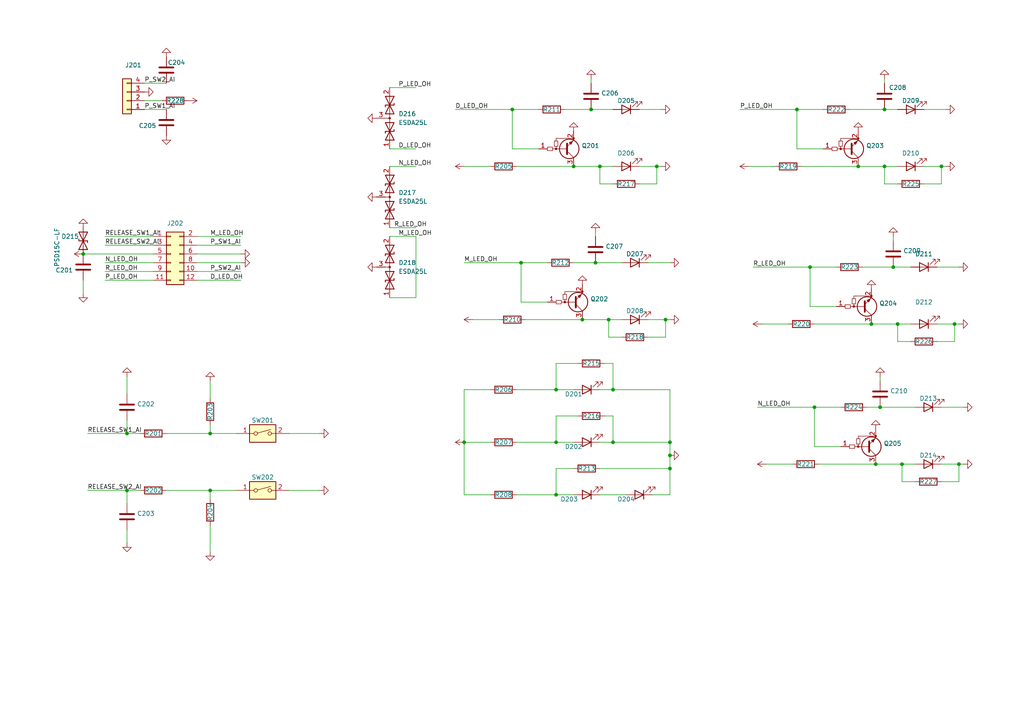
<source format=kicad_sch>
(kicad_sch (version 20211123) (generator eeschema)
  (paper "A4")
  (title_block (title "SX7H SHIFTER LED SCH") (date "2022-10-20") (rev "V04") (company "宁波正朗汽车零部件有限公司") (comment 1 "批准：") (comment 2 "校验：") (comment 3 "设计：Etan Tao"))
  (lib_symbols
    (symbol "C_7" (pin_numbers hide) (pin_names (offset 0.254))
      (property "Reference" "C" (at 0.635 2.54 0))
      (property "Value" "C_7" (at 0.635 -2.54 0))
      (symbol "C_7_0_1"
        (polyline (pts (xy -2.032 -0.762) (xy 2.032 -0.762)) (stroke (width 0.508)))
        (polyline (pts (xy -2.032 0.762) (xy 2.032 0.762)) (stroke (width 0.508)))
      )
      (symbol "C_7_1_1"
        (pin passive line (at 0 3.81 270) (length 2.794) (name "~") (number "1"))
        (pin passive line (at 0 -3.81 90) (length 2.794) (name "~") (number "2"))
      )
    )
    (symbol "Connector_Generic:Conn_01x04" (pin_names (offset 1.016) hide)
      (property "Reference" "J" (at 0 5.08 0))
      (property "Value" "Conn_01x04" (at 0 -7.62 0))
      (symbol "Conn_01x04_1_1"
        (rectangle (start -1.27 -4.953) (end 0 -5.207) (stroke (width 0.1524)))
        (rectangle (start -1.27 -2.413) (end 0 -2.667) (stroke (width 0.1524)))
        (rectangle (start -1.27 0.127) (end 0 -0.127) (stroke (width 0.1524)))
        (rectangle (start -1.27 2.667) (end 0 2.413) (stroke (width 0.1524)))
        (rectangle (start -1.27 3.81) (end 1.27 -6.35) (stroke (width 0.254)) (fill (type background)))
        (pin passive line (at -5.08 2.54 0) (length 3.81) (name "Pin_1") (number "1"))
        (pin passive line (at -5.08 0 0) (length 3.81) (name "Pin_2") (number "2"))
        (pin passive line (at -5.08 -2.54 0) (length 3.81) (name "Pin_3") (number "3"))
        (pin passive line (at -5.08 -5.08 0) (length 3.81) (name "Pin_4") (number "4"))
      )
    )
    (symbol "Connector_Generic:Conn_02x06_Odd_Even" (pin_names (offset 1.016) hide)
      (property "Reference" "J" (at 1.27 7.62 0))
      (property "Value" "Conn_02x06_Odd_Even" (at 1.27 -10.16 0))
      (symbol "Conn_02x06_Odd_Even_1_1"
        (rectangle (start -1.27 -7.493) (end 0 -7.747) (stroke (width 0.1524)))
        (rectangle (start -1.27 -4.953) (end 0 -5.207) (stroke (width 0.1524)))
        (rectangle (start -1.27 -2.413) (end 0 -2.667) (stroke (width 0.1524)))
        (rectangle (start -1.27 0.127) (end 0 -0.127) (stroke (width 0.1524)))
        (rectangle (start -1.27 2.667) (end 0 2.413) (stroke (width 0.1524)))
        (rectangle (start -1.27 5.207) (end 0 4.953) (stroke (width 0.1524)))
        (rectangle (start -1.27 6.35) (end 3.81 -8.89) (stroke (width 0.254)) (fill (type background)))
        (rectangle (start 3.81 -7.493) (end 2.54 -7.747) (stroke (width 0.1524)))
        (rectangle (start 3.81 -4.953) (end 2.54 -5.207) (stroke (width 0.1524)))
        (rectangle (start 3.81 -2.413) (end 2.54 -2.667) (stroke (width 0.1524)))
        (rectangle (start 3.81 0.127) (end 2.54 -0.127) (stroke (width 0.1524)))
        (rectangle (start 3.81 2.667) (end 2.54 2.413) (stroke (width 0.1524)))
        (rectangle (start 3.81 5.207) (end 2.54 4.953) (stroke (width 0.1524)))
        (pin passive line (at -5.08 5.08 0) (length 3.81) (name "Pin_1") (number "1"))
        (pin passive line (at 7.62 -5.08 180) (length 3.81) (name "Pin_10") (number "10"))
        (pin passive line (at -5.08 -7.62 0) (length 3.81) (name "Pin_11") (number "11"))
        (pin passive line (at 7.62 -7.62 180) (length 3.81) (name "Pin_12") (number "12"))
        (pin passive line (at 7.62 5.08 180) (length 3.81) (name "Pin_2") (number "2"))
        (pin passive line (at -5.08 2.54 0) (length 3.81) (name "Pin_3") (number "3"))
        (pin passive line (at 7.62 2.54 180) (length 3.81) (name "Pin_4") (number "4"))
        (pin passive line (at -5.08 0 0) (length 3.81) (name "Pin_5") (number "5"))
        (pin passive line (at 7.62 0 180) (length 3.81) (name "Pin_6") (number "6"))
        (pin passive line (at -5.08 -2.54 0) (length 3.81) (name "Pin_7") (number "7"))
        (pin passive line (at 7.62 -2.54 180) (length 3.81) (name "Pin_8") (number "8"))
        (pin passive line (at -5.08 -5.08 0) (length 3.81) (name "Pin_9") (number "9"))
      )
    )
    (symbol "Device:C" (pin_numbers hide) (pin_names (offset 0.254))
      (property "Reference" "C" (at 0.635 2.54 0))
      (property "Value" "C" (at 0.635 -2.54 0))
      (symbol "C_0_1"
        (polyline (pts (xy -2.032 -0.762) (xy 2.032 -0.762)) (stroke (width 0.508)))
        (polyline (pts (xy -2.032 0.762) (xy 2.032 0.762)) (stroke (width 0.508)))
      )
      (symbol "C_1_1"
        (pin passive line (at 0 3.81 270) (length 2.794) (name "~") (number "1"))
        (pin passive line (at 0 -3.81 90) (length 2.794) (name "~") (number "2"))
      )
    )
    (symbol "Device:D_TVS" (pin_numbers hide) (pin_names (offset 1.016) hide)
      (property "Reference" "D" (at 0 2.54 0))
      (property "Value" "D_TVS" (at 0 -2.54 0))
      (symbol "D_TVS_0_1"
        (polyline (pts (xy 1.27 0) (xy -1.27 0)))
        (polyline (pts (xy 0.508 1.27) (xy 0 1.27) (xy 0 -1.27) (xy -0.508 -1.27)) (stroke (width 0.254)))
        (polyline (pts (xy -2.54 1.27) (xy -2.54 -1.27) (xy 2.54 1.27) (xy 2.54 -1.27) (xy -2.54 1.27)) (stroke (width 0.254)))
      )
      (symbol "D_TVS_1_1"
        (pin passive line (at -3.81 0 0) (length 2.54) (name "A1") (number "1"))
        (pin passive line (at 3.81 0 180) (length 2.54) (name "A2") (number "2"))
      )
    )
    (symbol "Device:D_TVS_Dual_AAC" (pin_names (offset 1.016) hide)
      (property "Reference" "D" (at 0 4.445 0))
      (property "Value" "D_TVS_Dual_AAC" (at 0 2.54 0))
      (symbol "D_TVS_Dual_AAC_0_0"
        (polyline (pts (xy 0 -1.27) (xy 0 0)))
      )
      (symbol "D_TVS_Dual_AAC_0_1"
        (polyline (pts (xy -6.35 0) (xy 6.35 0)))
        (polyline (pts (xy -3.302 1.27) (xy -3.81 1.27) (xy -3.81 -1.27) (xy -4.318 -1.27)) (stroke (width 0.254)))
        (polyline (pts (xy 4.318 1.27) (xy 3.81 1.27) (xy 3.81 -1.27) (xy 3.302 -1.27)) (stroke (width 0.254)))
        (polyline (pts (xy -6.35 1.27) (xy -1.27 -1.27) (xy -1.27 1.27) (xy -6.35 -1.27) (xy -6.35 1.27)) (stroke (width 0.254)))
        (polyline (pts (xy 6.35 1.27) (xy 1.27 -1.27) (xy 1.27 1.27) (xy 6.35 -1.27) (xy 6.35 1.27)) (stroke (width 0.254)))
        (circle (center 0 0) (radius 0.254) (fill (type outline)))
      )
      (symbol "D_TVS_Dual_AAC_1_1"
        (pin passive line (at -8.89 0 0) (length 2.54) (name "A1") (number "1"))
        (pin passive line (at 8.89 0 180) (length 2.54) (name "A2") (number "2"))
        (pin input line (at 0 -3.81 90) (length 2.54) (name "common") (number "3"))
      )
    )
    (symbol "Device:LED" (pin_numbers hide) (pin_names (offset 1.016) hide)
      (property "Reference" "D" (at 0 2.54 0))
      (property "Value" "LED" (at 0 -2.54 0))
      (symbol "LED_0_1"
        (polyline (pts (xy -1.27 -1.27) (xy -1.27 1.27)) (stroke (width 0.254)))
        (polyline (pts (xy -1.27 0) (xy 1.27 0)))
        (polyline (pts (xy 1.27 -1.27) (xy 1.27 1.27) (xy -1.27 0) (xy 1.27 -1.27)) (stroke (width 0.254)))
        (polyline (pts (xy -3.048 -0.762) (xy -4.572 -2.286) (xy -3.81 -2.286) (xy -4.572 -2.286) (xy -4.572 -1.524)))
        (polyline (pts (xy -1.778 -0.762) (xy -3.302 -2.286) (xy -2.54 -2.286) (xy -3.302 -2.286) (xy -3.302 -1.524)))
      )
      (symbol "LED_1_1"
        (pin passive line (at -3.81 0 0) (length 2.54) (name "K") (number "1"))
        (pin passive line (at 3.81 0 180) (length 2.54) (name "A") (number "2"))
      )
    )
    (symbol "Device:Q_NPN_BEC_BRT" (pin_names hide)
      (property "Reference" "Q" (at 3.81 1.27 0))
      (property "Value" "Q_NPN_BEC_BRT" (at 3.81 -1.27 0))
      (symbol "Q_NPN_BEC_BRT_0_1"
        (rectangle (start -6.35 0.508) (end -4.826 -0.508))
        (rectangle (start -4.318 -2.286) (end -3.302 -0.762))
        (circle (center -3.81 0) (radius 0.254) (fill (type outline)))
        (polyline (pts (xy -3.81 -0.762) (xy -3.81 0)))
        (polyline (pts (xy -0.762 0) (xy -4.826 0)))
        (polyline (pts (xy -0.635 1.524) (xy -0.635 -1.524)) (stroke (width 0.508)))
        (polyline (pts (xy -3.81 -2.286) (xy -3.81 -3.048) (xy 1.27 -3.048)))
        (circle (center 1.27 -3.048) (radius 0.254) (fill (type outline)))
      )
      (symbol "Q_NPN_BEC_BRT_1_1"
        (polyline (pts (xy -0.635 0.635) (xy 1.27 2.54)))
        (polyline (pts (xy -0.635 -0.635) (xy 1.27 -2.54) (xy 1.27 -2.54)))
        (polyline (pts (xy 0 -1.778) (xy 0.508 -1.27) (xy 1.016 -2.286) (xy 0 -1.778) (xy 0 -1.778)) (fill (type outline)))
        (circle (center 0 0) (radius 2.8194) (stroke (width 0.254)))
        (pin input line (at -8.89 0 0) (length 2.54) (name "B") (number "1"))
        (pin passive line (at 1.27 -5.08 90) (length 2.54) (name "E") (number "2"))
        (pin passive line (at 1.27 5.08 270) (length 2.54) (name "C") (number "3"))
      )
    )
    (symbol "Device:R" (pin_numbers hide) (pin_names (offset 0))
      (property "Reference" "R" (at 2.032 0 90))
      (property "Value" "R" (at 0 0 90))
      (symbol "R_0_1"
        (rectangle (start -1.016 -2.54) (end 1.016 2.54) (stroke (width 0.254)))
      )
      (symbol "R_1_1"
        (pin passive line (at 0 3.81 270) (length 1.27) (name "~") (number "1"))
        (pin passive line (at 0 -3.81 90) (length 1.27) (name "~") (number "2"))
      )
    )
    (symbol "Switch:SW_DIP_x01" (pin_names (offset 0) hide)
      (property "Reference" "SW" (at 0 3.81 0))
      (property "Value" "SW_DIP_x01" (at 0 -3.81 0))
      (symbol "SW_DIP_x01_0_0"
        (circle (center -2.032 0) (radius 0.508))
        (polyline (pts (xy -1.524 0.127) (xy 2.3622 1.1684)))
        (circle (center 2.032 0) (radius 0.508))
      )
      (symbol "SW_DIP_x01_0_1"
        (rectangle (start -3.81 2.54) (end 3.81 -2.54) (stroke (width 0.254)) (fill (type background)))
      )
      (symbol "SW_DIP_x01_1_1"
        (pin passive line (at -7.62 0 0) (length 5.08) (name "~") (number "1"))
        (pin passive line (at 7.62 0 180) (length 5.08) (name "~") (number "2"))
      )
    )
    (symbol "power:GND" (power) (pin_names (offset 0))
      (property "Value" "GND" (at 0 -3.81 0))
      (symbol "GND_0_1"
        (polyline (pts (xy 0 0) (xy 0 -1.27) (xy 1.27 -1.27) (xy 0 -2.54) (xy -1.27 -1.27) (xy 0 -1.27)))
      )
      (symbol "GND_1_1"
        (pin power_in line (at 0 0 270) (length 0) hide (name "GND") (number "1"))
      )
    )
    (symbol "power:VCC" (power) (pin_names (offset 0))
      (property "Value" "VCC" (at 0 3.81 0))
      (symbol "VCC_0_1"
        (polyline (pts (xy -0.762 1.27) (xy 0 2.54)))
        (polyline (pts (xy 0 0) (xy 0 2.54)))
        (polyline (pts (xy 0 2.54) (xy 0.762 1.27)))
      )
      (symbol "VCC_1_1"
        (pin power_in line (at 0 0 90) (length 0) hide (name "VCC") (number "1"))
      )
    )
  )
  (junction (at 273.05 48.26))
  (junction (at 60.96 142.24))
  (junction (at 36.83 125.73))
  (junction (at 190.5 48.26))
  (junction (at 176.53 92.71))
  (junction (at 259.08 77.47))
  (junction (at 194.31 135.89))
  (junction (at 261.62 134.62))
  (junction (at 134.62 128.27))
  (junction (at 252.73 93.98))
  (junction (at 231.14 31.75))
  (junction (at 177.8 113.03))
  (junction (at 173.99 48.26))
  (junction (at 148.59 31.75))
  (junction (at 24.13 73.66))
  (junction (at 248.92 48.26))
  (junction (at 161.29 143.51))
  (junction (at 172.72 76.2))
  (junction (at 161.29 128.27))
  (junction (at 168.91 92.71))
  (junction (at 254 134.62))
  (junction (at 256.54 48.26))
  (junction (at 193.04 92.71))
  (junction (at 236.22 118.11))
  (junction (at 166.37 48.26))
  (junction (at 278.13 134.62))
  (junction (at 151.13 76.2))
  (junction (at 171.45 31.75))
  (junction (at 234.95 77.47))
  (junction (at 177.8 128.27))
  (junction (at 194.31 132.08))
  (junction (at 255.27 118.11))
  (junction (at 194.31 128.27))
  (junction (at 60.96 125.73))
  (junction (at 161.29 113.03))
  (junction (at 256.54 31.75))
  (junction (at 276.86 93.98))
  (junction (at 260.35 93.98))
  (junction (at 36.83 142.24))
  (wire (pts (xy 267.97 53.34) (xy 273.05 53.34)))
  (wire (pts (xy 57.15 76.2) (xy 69.85 76.2)))
  (wire (pts (xy 236.22 118.11) (xy 243.84 118.11)))
  (wire (pts (xy 185.42 31.75) (xy 191.77 31.75)))
  (wire (pts (xy 120.65 68.58) (xy 120.65 86.36)))
  (wire (pts (xy 267.97 48.26) (xy 273.05 48.26)))
  (wire (pts (xy 30.48 81.28) (xy 44.45 81.28)))
  (wire (pts (xy 193.04 92.71) (xy 194.31 92.71)))
  (wire (pts (xy 273.05 134.62) (xy 278.13 134.62)))
  (wire (pts (xy 236.22 93.98) (xy 252.73 93.98)))
  (wire (pts (xy 252.73 93.98) (xy 260.35 93.98)))
  (wire (pts (xy 273.05 118.11) (xy 279.4 118.11)))
  (wire (pts (xy 276.86 93.98) (xy 278.13 93.98)))
  (wire (pts (xy 261.62 134.62) (xy 265.43 134.62)))
  (wire (pts (xy 175.26 120.65) (xy 177.8 120.65)))
  (wire (pts (xy 177.8 120.65) (xy 177.8 128.27)))
  (wire (pts (xy 173.99 135.89) (xy 194.31 135.89)))
  (wire (pts (xy 152.4 92.71) (xy 168.91 92.71)))
  (wire (pts (xy 168.91 92.71) (xy 176.53 92.71)))
  (wire (pts (xy 173.99 143.51) (xy 181.61 143.51)))
  (wire (pts (xy 261.62 139.7) (xy 261.62 134.62)))
  (wire (pts (xy 217.17 48.26) (xy 224.79 48.26)))
  (wire (pts (xy 113.03 86.36) (xy 120.65 86.36)))
  (wire (pts (xy 134.62 76.2) (xy 151.13 76.2)))
  (wire (pts (xy 243.84 129.54) (xy 236.22 129.54)))
  (wire (pts (xy 256.54 48.26) (xy 260.35 48.26)))
  (wire (pts (xy 25.4 142.24) (xy 36.83 142.24)))
  (wire (pts (xy 36.83 142.24) (xy 40.64 142.24)))
  (wire (pts (xy 161.29 120.65) (xy 161.29 128.27)))
  (wire (pts (xy 167.64 120.65) (xy 161.29 120.65)))
  (wire (pts (xy 260.35 53.34) (xy 256.54 53.34)))
  (wire (pts (xy 57.15 68.58) (xy 69.85 68.58)))
  (wire (pts (xy 273.05 139.7) (xy 278.13 139.7)))
  (wire (pts (xy 149.86 113.03) (xy 161.29 113.03)))
  (wire (pts (xy 161.29 113.03) (xy 166.37 113.03)))
  (wire (pts (xy 60.96 123.19) (xy 60.96 125.73)))
  (wire (pts (xy 185.42 53.34) (xy 190.5 53.34)))
  (wire (pts (xy 190.5 53.34) (xy 190.5 48.26)))
  (wire (pts (xy 57.15 71.12) (xy 69.85 71.12)))
  (wire (pts (xy 256.54 31.75) (xy 260.35 31.75)))
  (wire (pts (xy 173.99 53.34) (xy 173.99 48.26)))
  (wire (pts (xy 177.8 53.34) (xy 173.99 53.34)))
  (wire (pts (xy 180.34 97.79) (xy 176.53 97.79)))
  (wire (pts (xy 259.08 68.58) (xy 259.08 69.85)))
  (wire (pts (xy 41.91 29.21) (xy 46.99 29.21)))
  (wire (pts (xy 151.13 76.2) (xy 151.13 87.63)))
  (wire (pts (xy 148.59 31.75) (xy 148.59 43.18)))
  (wire (pts (xy 156.21 43.18) (xy 148.59 43.18)))
  (wire (pts (xy 187.96 76.2) (xy 194.31 76.2)))
  (wire (pts (xy 113.03 68.58) (xy 120.65 68.58)))
  (wire (pts (xy 276.86 99.06) (xy 276.86 93.98)))
  (wire (pts (xy 273.05 53.34) (xy 273.05 48.26)))
  (wire (pts (xy 187.96 97.79) (xy 193.04 97.79)))
  (wire (pts (xy 134.62 48.26) (xy 142.24 48.26)))
  (wire (pts (xy 161.29 135.89) (xy 161.29 143.51)))
  (wire (pts (xy 166.37 135.89) (xy 161.29 135.89)))
  (wire (pts (xy 60.96 144.78) (xy 60.96 142.24)))
  (wire (pts (xy 189.23 143.51) (xy 194.31 143.51)))
  (wire (pts (xy 259.08 77.47) (xy 264.16 77.47)))
  (wire (pts (xy 113.03 43.18) (xy 120.65 43.18)))
  (wire (pts (xy 30.48 78.74) (xy 44.45 78.74)))
  (wire (pts (xy 242.57 88.9) (xy 234.95 88.9)))
  (wire (pts (xy 24.13 85.09) (xy 24.13 81.28)))
  (wire (pts (xy 176.53 97.79) (xy 176.53 92.71)))
  (wire (pts (xy 273.05 48.26) (xy 274.32 48.26)))
  (wire (pts (xy 113.03 25.4) (xy 120.65 25.4)))
  (wire (pts (xy 166.37 76.2) (xy 172.72 76.2)))
  (wire (pts (xy 158.75 87.63) (xy 151.13 87.63)))
  (wire (pts (xy 219.71 118.11) (xy 236.22 118.11)))
  (wire (pts (xy 187.96 92.71) (xy 193.04 92.71)))
  (wire (pts (xy 60.96 110.49) (xy 60.96 115.57)))
  (wire (pts (xy 238.76 43.18) (xy 231.14 43.18)))
  (wire (pts (xy 264.16 99.06) (xy 260.35 99.06)))
  (wire (pts (xy 278.13 134.62) (xy 279.4 134.62)))
  (wire (pts (xy 163.83 31.75) (xy 171.45 31.75)))
  (wire (pts (xy 41.91 24.13) (xy 48.26 24.13)))
  (wire (pts (xy 271.78 99.06) (xy 276.86 99.06)))
  (wire (pts (xy 24.13 73.66) (xy 44.45 73.66)))
  (wire (pts (xy 149.86 143.51) (xy 161.29 143.51)))
  (wire (pts (xy 173.99 113.03) (xy 177.8 113.03)))
  (wire (pts (xy 177.8 113.03) (xy 194.31 113.03)))
  (wire (pts (xy 36.83 121.92) (xy 36.83 125.73)))
  (wire (pts (xy 234.95 88.9) (xy 234.95 77.47)))
  (wire (pts (xy 214.63 31.75) (xy 231.14 31.75)))
  (wire (pts (xy 234.95 77.47) (xy 242.57 77.47)))
  (wire (pts (xy 132.08 31.75) (xy 148.59 31.75)))
  (wire (pts (xy 83.82 142.24) (xy 92.71 142.24)))
  (wire (pts (xy 30.48 68.58) (xy 44.45 68.58)))
  (wire (pts (xy 171.45 31.75) (xy 177.8 31.75)))
  (wire (pts (xy 30.48 71.12) (xy 44.45 71.12)))
  (wire (pts (xy 171.45 22.86) (xy 171.45 24.13)))
  (wire (pts (xy 148.59 31.75) (xy 156.21 31.75)))
  (wire (pts (xy 166.37 143.51) (xy 161.29 143.51)))
  (wire (pts (xy 113.03 66.04) (xy 120.65 66.04)))
  (wire (pts (xy 194.31 135.89) (xy 194.31 132.08)))
  (wire (pts (xy 161.29 105.41) (xy 161.29 113.03)))
  (wire (pts (xy 167.64 105.41) (xy 161.29 105.41)))
  (wire (pts (xy 113.03 48.26) (xy 120.65 48.26)))
  (wire (pts (xy 57.15 73.66) (xy 69.85 73.66)))
  (wire (pts (xy 41.91 31.75) (xy 48.26 31.75)))
  (wire (pts (xy 255.27 109.22) (xy 255.27 110.49)))
  (wire (pts (xy 149.86 48.26) (xy 166.37 48.26)))
  (wire (pts (xy 166.37 48.26) (xy 173.99 48.26)))
  (wire (pts (xy 173.99 48.26) (xy 177.8 48.26)))
  (wire (pts (xy 134.62 128.27) (xy 142.24 128.27)))
  (wire (pts (xy 220.98 93.98) (xy 228.6 93.98)))
  (wire (pts (xy 237.49 134.62) (xy 254 134.62)))
  (wire (pts (xy 254 134.62) (xy 261.62 134.62)))
  (wire (pts (xy 232.41 48.26) (xy 248.92 48.26)))
  (wire (pts (xy 248.92 48.26) (xy 256.54 48.26)))
  (wire (pts (xy 36.83 109.22) (xy 36.83 114.3)))
  (wire (pts (xy 175.26 105.41) (xy 177.8 105.41)))
  (wire (pts (xy 194.31 113.03) (xy 194.31 128.27)))
  (wire (pts (xy 194.31 128.27) (xy 194.31 132.08)))
  (wire (pts (xy 30.48 76.2) (xy 44.45 76.2)))
  (wire (pts (xy 60.96 152.4) (xy 60.96 160.02)))
  (wire (pts (xy 246.38 31.75) (xy 256.54 31.75)))
  (wire (pts (xy 260.35 93.98) (xy 264.16 93.98)))
  (wire (pts (xy 260.35 99.06) (xy 260.35 93.98)))
  (wire (pts (xy 265.43 139.7) (xy 261.62 139.7)))
  (wire (pts (xy 185.42 48.26) (xy 190.5 48.26)))
  (wire (pts (xy 190.5 48.26) (xy 191.77 48.26)))
  (wire (pts (xy 193.04 97.79) (xy 193.04 92.71)))
  (wire (pts (xy 25.4 125.73) (xy 36.83 125.73)))
  (wire (pts (xy 36.83 125.73) (xy 40.64 125.73)))
  (wire (pts (xy 251.46 118.11) (xy 255.27 118.11)))
  (wire (pts (xy 255.27 118.11) (xy 265.43 118.11)))
  (wire (pts (xy 278.13 139.7) (xy 278.13 134.62)))
  (wire (pts (xy 134.62 143.51) (xy 142.24 143.51)))
  (wire (pts (xy 222.25 134.62) (xy 229.87 134.62)))
  (wire (pts (xy 149.86 128.27) (xy 161.29 128.27)))
  (wire (pts (xy 267.97 31.75) (xy 274.32 31.75)))
  (wire (pts (xy 176.53 92.71) (xy 180.34 92.71)))
  (wire (pts (xy 236.22 129.54) (xy 236.22 118.11)))
  (wire (pts (xy 250.19 77.47) (xy 259.08 77.47)))
  (wire (pts (xy 218.44 77.47) (xy 234.95 77.47)))
  (wire (pts (xy 172.72 76.2) (xy 180.34 76.2)))
  (wire (pts (xy 57.15 81.28) (xy 69.85 81.28)))
  (wire (pts (xy 137.16 92.71) (xy 144.78 92.71)))
  (wire (pts (xy 271.78 77.47) (xy 278.13 77.47)))
  (wire (pts (xy 166.37 128.27) (xy 161.29 128.27)))
  (wire (pts (xy 172.72 67.31) (xy 172.72 68.58)))
  (wire (pts (xy 48.26 125.73) (xy 60.96 125.73)))
  (wire (pts (xy 60.96 125.73) (xy 68.58 125.73)))
  (wire (pts (xy 173.99 128.27) (xy 177.8 128.27)))
  (wire (pts (xy 177.8 128.27) (xy 194.31 128.27)))
  (wire (pts (xy 134.62 113.03) (xy 142.24 113.03)))
  (wire (pts (xy 134.62 128.27) (xy 134.62 113.03)))
  (wire (pts (xy 134.62 143.51) (xy 134.62 128.27)))
  (wire (pts (xy 36.83 153.67) (xy 36.83 157.48)))
  (wire (pts (xy 48.26 142.24) (xy 60.96 142.24)))
  (wire (pts (xy 60.96 142.24) (xy 68.58 142.24)))
  (wire (pts (xy 231.14 31.75) (xy 238.76 31.75)))
  (wire (pts (xy 177.8 105.41) (xy 177.8 113.03)))
  (wire (pts (xy 231.14 43.18) (xy 231.14 31.75)))
  (wire (pts (xy 151.13 76.2) (xy 158.75 76.2)))
  (wire (pts (xy 256.54 53.34) (xy 256.54 48.26)))
  (wire (pts (xy 57.15 78.74) (xy 69.85 78.74)))
  (wire (pts (xy 36.83 142.24) (xy 36.83 146.05)))
  (wire (pts (xy 194.31 135.89) (xy 194.31 143.51)))
  (wire (pts (xy 256.54 22.86) (xy 256.54 24.13)))
  (wire (pts (xy 271.78 93.98) (xy 276.86 93.98)))
  (wire (pts (xy 83.82 125.73) (xy 92.71 125.73)))
  (label "P_SW1_AI" (at 41.91 31.75 0))
  (label "R_LED_OH" (at 218.44 77.47 0))
  (label "D_LED_OH" (at 60.96 81.28 0))
  (label "R_LED_OH" (at 30.48 78.74 0))
  (label "R_LED_OH" (at 114.3 66.04 0))
  (label "D_LED_OH" (at 115.57 43.18 0))
  (label "N_LED_OH" (at 219.71 118.11 0))
  (label "RELEASE_SW2_AI" (at 25.4 142.24 0))
  (label "RELEASE_SW1_AI" (at 30.48 68.58 0))
  (label "P_SW1_AI" (at 60.96 71.12 0))
  (label "N_LED_OH" (at 115.57 48.26 0))
  (label "P_SW2_AI" (at 60.96 78.74 0))
  (label "P_LED_OH" (at 214.63 31.75 0))
  (label "P_LED_OH" (at 30.48 81.28 0))
  (label "D_LED_OH" (at 132.08 31.75 0))
  (label "M_LED_OH" (at 60.96 68.58 0))
  (label "N_LED_OH" (at 30.48 76.2 0))
  (label "RELEASE_SW1_AI" (at 25.4 125.73 0))
  (label "P_LED_OH" (at 115.57 25.4 0))
  (label "P_SW2_AI" (at 41.91 24.13 0))
  (label "M_LED_OH" (at 115.57 68.58 0))
  (label "M_LED_OH" (at 134.62 76.2 0))
  (label "RELEASE_SW2_AI" (at 30.48 71.12 0))
  (symbol (lib_id "power:GND") (at 92.71 125.73 90) (unit 1)
    (property "Reference" "#PWR0210" (effects hide))
    (property "Value" "GND" (effects hide))
  )
  (symbol (lib_id "power:GND") (at 191.77 48.26 90) (unit 1)
    (property "Reference" "#PWR0221" (effects hide))
    (property "Value" "GND" (effects hide))
  )
  (symbol (lib_id "Device:R") (at 181.61 53.34 90) (unit 1)
    (property "Reference" "R217" (at 181.61 53.34 90))
    (property "Value" "100k" (effects hide))
    (property "Footprint" "Resistor_SMD:R_0603_1608Metric" (effects hide))
    (property "Manufacturer" "RESI(开步睿思）" (effects hide))
    (property "Manufacturer Product Number" "AECR0603F100KK9" (effects hide))
    (property "Descriptions" "RES 100k 1% 1/10W 0603" (effects hide))
  )
  (symbol (lib_id "power:GND") (at 254 124.46 180) (unit 1)
    (property "Reference" "#PWR0233" (effects hide))
    (property "Value" "GND" (effects hide))
  )
  (symbol (lib_id "power:GND") (at 252.73 83.82 180) (unit 1)
    (property "Reference" "#PWR0232" (effects hide))
    (property "Value" "GND" (effects hide))
  )
  (symbol (lib_id "power:GND") (at 109.22 34.29 270) (unit 1)
    (property "Reference" "#PWR0242" (effects hide))
    (property "Value" "GND" (effects hide))
  )
  (symbol (lib_id "Device:R") (at 184.15 97.79 90) (unit 1)
    (property "Reference" "R218" (at 184.15 97.79 90))
    (property "Value" "100k" (effects hide))
    (property "Footprint" "Resistor_SMD:R_0603_1608Metric" (effects hide))
    (property "Manufacturer" "RESI(开步睿思）" (effects hide))
    (property "Manufacturer Product Number" "AECR0603F100KK9" (effects hide))
    (property "Descriptions" "RES 100k 1% 1/10W 0603" (effects hide))
  )
  (symbol (lib_id "Device:R") (at 44.45 142.24 270) (unit 1)
    (property "Reference" "R202" (at 44.45 142.24 90))
    (property "Value" "470R" (effects hide))
    (property "Footprint" "Resistor_SMD:R_0805_2012Metric" (effects hide))
    (property "Manufacturer" "RESI(开步睿思）" (effects hide))
    (property "Manufacturer Product Number" "AECR0805F470RK9" (effects hide))
    (property "Descriptions" "RES 470R 1% 1/8W 0805" (effects hide))
  )
  (symbol (lib_id "Device:LED") (at 264.16 48.26 180) (unit 1)
    (property "Reference" "D210" (at 264.16 44.45 0))
    (property "Value" "LED_RED" (effects hide))
    (property "Footprint" "LED_SMD:LED_miniPLCC_2315_Handsoldering" (effects hide))
    (property "Manufacturer Product Number" "H2214AV32A3C01" (effects hide))
    (property "Manufacturer" "HongBright" (effects hide))
    (property "Descriptions" "LED Red SMD 2315" (effects hide))
    (property "Description" "LED Red SMD 2315" (effects hide))
  )
  (symbol (lib_id "power:VCC") (at 222.25 134.62 90) (unit 1)
    (property "Reference" "#PWR0227" (effects hide))
    (property "Value" "VCC" (effects hide))
  )
  (symbol (lib_id "Device:R") (at 146.05 128.27 90) (unit 1)
    (property "Reference" "R207" (at 146.05 128.27 90))
    (property "Value" "12k" (effects hide))
    (property "Footprint" "Resistor_SMD:R_0805_2012Metric" (effects hide))
    (property "Manufacturer" "RESI(开步睿思）" (effects hide))
    (property "Manufacturer Product Number" "AECR0805F12K0K9" (effects hide))
    (property "Descriptions" "RES 12k 1% 1/8W 0805" (effects hide))
  )
  (symbol (lib_id "power:VCC") (at 54.61 29.21 270) (unit 1)
    (property "Reference" "#PWR0101" (effects hide))
    (property "Value" "VCC" (effects hide))
  )
  (symbol (lib_id "power:GND") (at 60.96 160.02 0) (unit 1)
    (property "Reference" "#PWR0207" (effects hide))
    (property "Value" "GND" (effects hide))
  )
  (symbol (lib_id "power:VCC") (at 137.16 92.71 90) (unit 1)
    (property "Reference" "#PWR0215" (effects hide))
    (property "Value" "VCC" (effects hide))
  )
  (symbol (lib_id "Device:R") (at 146.05 143.51 90) (unit 1)
    (property "Reference" "R208" (at 146.05 143.51 90))
    (property "Value" "13k" (effects hide))
    (property "Footprint" "Resistor_SMD:R_0805_2012Metric" (effects hide))
    (property "Manufacturer" "RESI(开步睿思）" (effects hide))
    (property "Manufacturer Product Number" "AECR0805F13K0K9" (effects hide))
    (property "Descriptions" "RES 13k 1% 1/8W 0805" (effects hide))
  )
  (symbol (lib_id "Device:LED") (at 170.18 128.27 180) (unit 1)
    (property "Reference" "D202" (at 166.37 129.54 0))
    (property "Value" "LED_RED" (effects hide))
    (property "Footprint" "LED_SMD:LED_miniPLCC_2315_Handsoldering" (effects hide))
    (property "Manufacturer Product Number" "H2214AV32A3C01" (effects hide))
    (property "Manufacturer" "HongBright" (effects hide))
    (property "Descriptions" "LED Red SMD 2315" (effects hide))
    (property "Description" "LED Red SMD 2315" (effects hide))
  )
  (symbol (lib_id "power:GND") (at 109.22 77.47 270) (unit 1)
    (property "Reference" "#PWR0244" (effects hide))
    (property "Value" "GND" (effects hide))
  )
  (symbol (lib_id "power:GND") (at 48.26 39.37 0) (unit 1)
    (property "Reference" "#PWR0208" (effects hide))
    (property "Value" "GND" (effects hide))
  )
  (symbol (lib_id "power:GND") (at 255.27 109.22 180) (unit 1)
    (property "Reference" "#PWR0230" (effects hide))
    (property "Value" "GND" (effects hide))
  )
  (symbol (lib_id "power:GND") (at 259.08 68.58 180) (unit 1)
    (property "Reference" "#PWR0229" (effects hide))
    (property "Value" "GND" (effects hide))
  )
  (symbol (lib_id "Device:C") (at 256.54 27.94 180) (unit 1)
    (property "Reference" "C208" (at 257.81 25.4 0) (effects (justify right)))
    (property "Value" "10nF/100V" (effects hide))
    (property "Footprint" "Capacitor_SMD:C_0603_1608Metric" (effects hide))
    (property "Manufacturer Product Number" "AC0603KRX7R0BB103" (effects hide))
    (property "Manufacturer" "YAGEO" (effects hide))
    (property "Descriptions" "CAP CER 10nF 100V X7R 0603" (effects hide))
    (property "Description" "CAP CER 10nF 100V X7R 0603" (effects hide))
  )
  (symbol (lib_id "Switch:SW_DIP_x01") (at 76.2 125.73 0) (unit 1)
    (property "Reference" "SW201" (at 76.2 121.92 0))
    (property "Value" "RELEASE1" (effects hide))
    (property "Footprint" "GODPP:SideSW" (effects hide))
  )
  (symbol (lib_id "Device:R") (at 171.45 105.41 90) (unit 1)
    (property "Reference" "R215" (at 171.45 105.41 90))
    (property "Value" "100k" (effects hide))
    (property "Footprint" "Resistor_SMD:R_0603_1608Metric" (effects hide))
    (property "Manufacturer" "RESI(开步睿思）" (effects hide))
    (property "Manufacturer Product Number" "AECR0603F100KK9" (effects hide))
    (property "Descriptions" "RES 100k 1% 1/10W 0603" (effects hide))
  )
  (symbol (lib_id "power:VCC") (at 217.17 48.26 90) (unit 1)
    (property "Reference" "#PWR0225" (effects hide))
    (property "Value" "VCC" (effects hide))
  )
  (symbol (lib_id "power:GND") (at 256.54 22.86 180) (unit 1)
    (property "Reference" "#PWR0228" (effects hide))
    (property "Value" "GND" (effects hide))
  )
  (symbol (lib_id "power:VCC") (at 24.13 73.66 90) (unit 1)
    (property "Reference" "#PWR0201" (effects hide))
    (property "Value" "VCC" (effects hide))
  )
  (symbol (lib_id "Device:Q_NPN_BEC_BRT") (at 247.65 43.18 0) (mirror x) (unit 1)
    (property "Reference" "Q203" (at 251.2313 42.2715 0) (effects (justify left)))
    (property "Value" "DDTC114EUA" (effects hide))
    (property "Footprint" "Package_TO_SOT_SMD:SOT-323_SC-70" (effects hide))
    (property "Manufacturer" "Diodes Incorporated" (effects hide))
    (property "Manufacturer Product Number" "DDTC114EUA-7-F" (effects hide))
    (property "Descriptions" "TRANS PREBIAS NPN 200MW SOT323" (effects hide))
  )
  (symbol (lib_id "power:VCC") (at 220.98 93.98 90) (unit 1)
    (property "Reference" "#PWR0226" (effects hide))
    (property "Value" "VCC" (effects hide))
  )
  (symbol (lib_id "power:GND") (at 191.77 31.75 90) (unit 1)
    (property "Reference" "#PWR0220" (effects hide))
    (property "Value" "GND" (effects hide))
  )
  (symbol (lib_id "power:GND") (at 24.13 66.04 180) (unit 1)
    (property "Reference" "#PWR0212" (effects hide))
    (property "Value" "GND" (effects hide))
  )
  (symbol (lib_id "Device:LED") (at 181.61 48.26 180) (unit 1)
    (property "Reference" "D206" (at 181.61 44.45 0))
    (property "Value" "LED_RED" (effects hide))
    (property "Footprint" "LED_SMD:LED_miniPLCC_2315_Handsoldering" (effects hide))
    (property "Manufacturer Product Number" "H2214AV32A3C01" (effects hide))
    (property "Manufacturer" "HongBright" (effects hide))
    (property "Descriptions" "LED Red SMD 2315" (effects hide))
    (property "Description" "LED Red SMD 2315" (effects hide))
  )
  (symbol (lib_id "power:GND") (at 194.31 76.2 90) (unit 1)
    (property "Reference" "#PWR0222" (effects hide))
    (property "Value" "GND" (effects hide))
  )
  (symbol (lib_id "Device:LED") (at 264.16 31.75 180) (unit 1)
    (property "Reference" "D209" (at 264.16 29.21 0))
    (property "Value" "LED_YELLOW" (effects hide))
    (property "Footprint" "LED_SMD:LED_miniPLCC_2315_Handsoldering" (effects hide))
    (property "Manufacturer Product Number" "H2214AY24E3C01" (effects hide))
    (property "Manufacturer" "HongBright" (effects hide))
    (property "Descriptions" "LED Yellow SMD 2315" (effects hide))
    (property "Description" "LED Yellow SMD 2315" (effects hide))
  )
  (symbol (lib_id "power:GND") (at 24.13 85.09 0) (unit 1)
    (property "Reference" "#PWR0203" (effects hide))
    (property "Value" "GND" (effects hide))
  )
  (symbol (lib_id "Device:LED") (at 170.18 143.51 180) (unit 1)
    (property "Reference" "D203" (at 165.1 144.78 0))
    (property "Value" "LED_RED" (effects hide))
    (property "Footprint" "LED_SMD:LED_miniPLCC_2315_Handsoldering" (effects hide))
    (property "Manufacturer Product Number" "H2214AV32A3C01" (effects hide))
    (property "Manufacturer" "HongBright" (effects hide))
    (property "Descriptions" "LED Red SMD 2315" (effects hide))
    (property "Description" "LED Red SMD 2315" (effects hide))
  )
  (symbol (lib_id "Device:D_TVS") (at 24.13 69.85 90) (unit 1)
    (property "Reference" "D215" (at 17.78 68.58 90) (effects (justify right)))
    (property "Value" " PSD15C-LF" (at 16.51 66.04 0) (effects (justify right)))
    (property "Footprint" "Diode_SMD:D_SOD-323" (effects hide))
    (property "Descriptions" "TVS 15V" (effects hide))
    (property "Manufacturer" " PSD15C-LF" (effects hide))
    (property "Manufacturer Product Number" " PSD15C-LF" (effects hide))
  )
  (symbol (lib_id "power:GND") (at 109.22 57.15 270) (unit 1)
    (property "Reference" "#PWR0243" (effects hide))
    (property "Value" "GND" (effects hide))
  )
  (symbol (lib_id "Switch:SW_DIP_x01") (at 76.2 142.24 0) (unit 1)
    (property "Reference" "SW202" (at 76.2 138.43 0))
    (property "Value" "RELEASE2" (effects hide))
    (property "Footprint" "GODPP:SideSW" (effects hide))
  )
  (symbol (lib_id "Device:R") (at 160.02 31.75 90) (unit 1)
    (property "Reference" "R211" (at 160.02 31.75 90))
    (property "Value" "1.1k" (effects hide))
    (property "Footprint" "Resistor_SMD:R_1206_3216Metric" (effects hide))
    (property "Manufacturer" "RESI(开步睿思）" (effects hide))
    (property "Manufacturer Product Number" "AECR1206F1K10K9" (effects hide))
    (property "Descriptions" "RES 1.1k 1% 1/4W 1206" (effects hide))
  )
  (symbol (lib_id "Device:C") (at 48.26 20.32 180) (unit 1)
    (property "Reference" "C204" (at 48.641 18.1415 0) (effects (justify right)))
    (property "Value" "10nF/100V" (effects hide))
    (property "Footprint" "Capacitor_SMD:C_0603_1608Metric" (effects hide))
    (property "Manufacturer Product Number" "AC0603KRX7R0BB103" (effects hide))
    (property "Manufacturer" "YAGEO" (effects hide))
    (property "Descriptions" "CAP CER 10nF 100V X7R 0603" (effects hide))
    (property "Description" "CAP CER 10nF 100V X7R 0603" (effects hide))
  )
  (symbol (lib_id "power:GND") (at 166.37 38.1 180) (unit 1)
    (property "Reference" "#PWR0218" (effects hide))
    (property "Value" "GND" (effects hide))
  )
  (symbol (lib_name "C_7") (lib_id "Device:C") (at 24.13 77.47 180) (unit 1)
    (property "Reference" "C201" (at 21.209 78.3785 0) (effects (justify left)))
    (property "Value" "100nF/50V" (effects hide))
    (property "Footprint" "Capacitor_SMD:C_0603_1608Metric" (effects hide))
    (property "Manufacturer Product Number" " AC0603KRX7R9BB104" (effects hide))
    (property "Manufacturer" "YAGEO" (effects hide))
    (property "Description" "CAP CER 100nF 50V X7R 0603" (effects hide))
    (property "Descriptions" "CAP CER 100nF 50V X7R 0603" (effects hide))
  )
  (symbol (lib_id "Device:R") (at 269.24 139.7 90) (unit 1)
    (property "Reference" "R227" (at 269.24 139.7 90))
    (property "Value" "100k" (effects hide))
    (property "Footprint" "Resistor_SMD:R_0603_1608Metric" (effects hide))
    (property "Manufacturer" "RESI(开步睿思）" (effects hide))
    (property "Manufacturer Product Number" "AECR0603F100KK9" (effects hide))
    (property "Descriptions" "RES 100k 1% 1/10W 0603" (effects hide))
  )
  (symbol (lib_id "power:GND") (at 171.45 22.86 180) (unit 1)
    (property "Reference" "#PWR0216" (effects hide))
    (property "Value" "GND" (effects hide))
  )
  (symbol (lib_id "power:GND") (at 278.13 93.98 90) (unit 1)
    (property "Reference" "#PWR0237" (effects hide))
    (property "Value" "GND" (effects hide))
  )
  (symbol (lib_id "power:GND") (at 41.91 26.67 90) (unit 1)
    (property "Reference" "#PWR0204" (effects hide))
    (property "Value" "GND" (effects hide))
  )
  (symbol (lib_id "power:GND") (at 279.4 134.62 90) (unit 1)
    (property "Reference" "#PWR0239" (effects hide))
    (property "Value" "GND" (effects hide))
  )
  (symbol (lib_id "Device:R") (at 267.97 99.06 90) (unit 1)
    (property "Reference" "R226" (at 267.97 99.06 90))
    (property "Value" "100k" (effects hide))
    (property "Footprint" "Resistor_SMD:R_0603_1608Metric" (effects hide))
    (property "Manufacturer" "RESI(开步睿思）" (effects hide))
    (property "Manufacturer Product Number" "AECR0603F100KK9" (effects hide))
    (property "Descriptions" "RES 100k 1% 1/10W 0603" (effects hide))
  )
  (symbol (lib_id "Device:R") (at 246.38 77.47 90) (unit 1)
    (property "Reference" "R223" (at 246.38 77.47 90))
    (property "Value" "1.1k" (effects hide))
    (property "Footprint" "Resistor_SMD:R_1206_3216Metric" (effects hide))
    (property "Manufacturer" "RESI(开步睿思）" (effects hide))
    (property "Manufacturer Product Number" "AECR1206F1K10K9" (effects hide))
    (property "Descriptions" "RES 1.1k 1% 1/4W 1206" (effects hide))
  )
  (symbol (lib_id "Device:LED") (at 170.18 113.03 180) (unit 1)
    (property "Reference" "D201" (at 166.37 114.3 0))
    (property "Value" "LED_RED" (effects hide))
    (property "Footprint" "LED_SMD:LED_miniPLCC_2315_Handsoldering" (effects hide))
    (property "Manufacturer Product Number" "H2214AV32A3C01" (effects hide))
    (property "Manufacturer" "HongBright" (effects hide))
    (property "Descriptions" "LED Red SMD 2315" (effects hide))
    (property "Description" "LED Red SMD 2315" (effects hide))
  )
  (symbol (lib_id "Device:C") (at 172.72 72.39 180) (unit 1)
    (property "Reference" "C207" (at 175.641 71.4815 0) (effects (justify right)))
    (property "Value" "10nF/100V" (effects hide))
    (property "Footprint" "Capacitor_SMD:C_0603_1608Metric" (effects hide))
    (property "Manufacturer Product Number" "AC0603KRX7R0BB103" (effects hide))
    (property "Manufacturer" "YAGEO" (effects hide))
    (property "Descriptions" "CAP CER 10nF 100V X7R 0603" (effects hide))
    (property "Description" "CAP CER 10nF 100V X7R 0603" (effects hide))
  )
  (symbol (lib_id "Device:R") (at 233.68 134.62 90) (unit 1)
    (property "Reference" "R221" (at 233.68 134.62 90))
    (property "Value" "9.1k" (effects hide))
    (property "Footprint" "Resistor_SMD:R_0805_2012Metric" (effects hide))
    (property "Manufacturer" "RESI(开步睿思）" (effects hide))
    (property "Manufacturer Product Number" "AECR0805F9K10K9" (effects hide))
    (property "Descriptions" "RES 9.1k 1% 1/8W 0805" (effects hide))
  )
  (symbol (lib_id "power:GND") (at 279.4 118.11 90) (unit 1)
    (property "Reference" "#PWR0238" (effects hide))
    (property "Value" "GND" (effects hide))
  )
  (symbol (lib_id "Device:R") (at 146.05 48.26 90) (unit 1)
    (property "Reference" "R205" (at 146.05 48.26 90))
    (property "Value" "13k" (effects hide))
    (property "Footprint" "Resistor_SMD:R_0805_2012Metric" (effects hide))
    (property "Manufacturer" "RESI(开步睿思）" (effects hide))
    (property "Manufacturer Product Number" "AECR0805F13K0K9" (effects hide))
    (property "Descriptions" "RES 13k 1% 1/8W 0805" (effects hide))
  )
  (symbol (lib_id "Device:C") (at 36.83 149.86 180) (unit 1)
    (property "Reference" "C203" (at 39.751 148.9515 0) (effects (justify right)))
    (property "Value" "10nF/100V" (effects hide))
    (property "Footprint" "Capacitor_SMD:C_0603_1608Metric" (effects hide))
    (property "Manufacturer Product Number" "AC0603KRX7R0BB103" (effects hide))
    (property "Manufacturer" "YAGEO" (effects hide))
    (property "Descriptions" "CAP CER 10nF 100V X7R 0603" (effects hide))
    (property "Description" "CAP CER 10nF 100V X7R 0603" (effects hide))
  )
  (symbol (lib_id "Device:R") (at 60.96 148.59 180) (unit 1)
    (property "Reference" "R204" (at 60.96 151.13 90) (effects (justify right)))
    (property "Value" "1K" (effects hide))
    (property "Footprint" "Resistor_SMD:R_0805_2012Metric" (effects hide))
    (property "Manufacturer" "RESI(开步睿思）" (effects hide))
    (property "Manufacturer Product Number" "AECR0805F1K00K9" (effects hide))
    (property "Descriptions" "RES 1K 1% 1/8W 0805" (effects hide))
  )
  (symbol (lib_id "power:GND") (at 274.32 31.75 90) (unit 1)
    (property "Reference" "#PWR0234" (effects hide))
    (property "Value" "GND" (effects hide))
  )
  (symbol (lib_id "Device:LED") (at 267.97 77.47 180) (unit 1)
    (property "Reference" "D211" (at 267.97 73.66 0))
    (property "Value" "LED_YELLOW" (effects hide))
    (property "Footprint" "LED_SMD:LED_miniPLCC_2315_Handsoldering" (effects hide))
    (property "Manufacturer Product Number" "H2214AY24E3C01" (effects hide))
    (property "Manufacturer" "HongBright" (effects hide))
    (property "Descriptions" "LED Yellow SMD 2315" (effects hide))
    (property "Description" "LED Yellow SMD 2315" (effects hide))
  )
  (symbol (lib_id "power:GND") (at 194.31 92.71 90) (unit 1)
    (property "Reference" "#PWR0223" (effects hide))
    (property "Value" "GND" (effects hide))
  )
  (symbol (lib_id "power:GND") (at 69.85 73.66 90) (unit 1)
    (property "Reference" "#PWR0209" (effects hide))
    (property "Value" "GND" (effects hide))
  )
  (symbol (lib_id "Connector_Generic:Conn_02x06_Odd_Even") (at 49.53 73.66 0) (unit 1)
    (property "Reference" "J202" (at 50.8 64.77 0))
    (property "Value" "877591264 or A2005WV-S-2x6P-H15" (effects hide))
    (property "Footprint" "Connector_PinHeader_2.00mm:PinHeader_2x06_P2.00mm_Vertical_SMD" (effects hide))
    (property "Manufacturer" "Molex  or CJT" (effects hide))
    (property "Manufacturer Product Number" "877591264 or A2005WV-S-2x6P-H15" (effects hide))
    (property "Description" "Conn 2x6 Pitch 2mm SMD" (effects hide))
    (property "Descriptions" "Conn 2x6 Pitch 2mm SMD" (effects hide))
  )
  (symbol (lib_id "Connector_Generic:Conn_01x04") (at 36.83 29.21 180) (unit 1)
    (property "Reference" "J201" (at 38.6715 18.8935 0))
    (property "Value" "Conn_01x04" (effects hide))
    (property "Footprint" "Connector_PinHeader_2.54mm:PinHeader_1x04_P2.54mm_Vertical" (effects hide))
    (property "Description" "NP" (effects hide))
    (property "Descriptions" "NP" (effects hide))
  )
  (symbol (lib_id "Device:R") (at 148.59 92.71 90) (unit 1)
    (property "Reference" "R210" (at 148.59 92.71 90))
    (property "Value" "8.2k" (effects hide))
    (property "Footprint" "Resistor_SMD:R_0805_2012Metric" (effects hide))
    (property "Manufacturer" "RESI(开步睿思）" (effects hide))
    (property "Manufacturer Product Number" "AC0805FR-078K2L" (effects hide))
    (property "Descriptions" "RES 8.2k 1% 1/8W 0805" (effects hide))
  )
  (symbol (lib_id "Device:Q_NPN_BEC_BRT") (at 167.64 87.63 0) (mirror x) (unit 1)
    (property "Reference" "Q202" (at 171.2213 86.7215 0) (effects (justify left)))
    (property "Value" "DDTC114EUA" (effects hide))
    (property "Footprint" "Package_TO_SOT_SMD:SOT-323_SC-70" (effects hide))
    (property "Manufacturer" "Diodes Incorporated" (effects hide))
    (property "Manufacturer Product Number" "DDTC114EUA-7-F" (effects hide))
    (property "Descriptions" "TRANS PREBIAS NPN 200MW SOT323" (effects hide))
  )
  (symbol (lib_id "Device:Q_NPN_BEC_BRT") (at 252.73 129.54 0) (mirror x) (unit 1)
    (property "Reference" "Q205" (at 256.3113 128.6315 0) (effects (justify left)))
    (property "Value" "DDTC114EUA" (effects hide))
    (property "Footprint" "Package_TO_SOT_SMD:SOT-323_SC-70" (effects hide))
    (property "Manufacturer" "Diodes Incorporated" (effects hide))
    (property "Manufacturer Product Number" "DDTC114EUA-7-F" (effects hide))
    (property "Descriptions" "TRANS PREBIAS NPN 200MW SOT323" (effects hide))
  )
  (symbol (lib_id "Device:R") (at 242.57 31.75 90) (unit 1)
    (property "Reference" "R222" (at 242.57 31.75 90))
    (property "Value" "1.1k" (effects hide))
    (property "Footprint" "Resistor_SMD:R_1206_3216Metric" (effects hide))
    (property "Manufacturer" "RESI(开步睿思）" (effects hide))
    (property "Manufacturer Product Number" "AECR1206F1K10K9" (effects hide))
    (property "Descriptions" "RES 1.1k 1% 1/4W 1206" (effects hide))
  )
  (symbol (lib_id "power:GND") (at 172.72 67.31 180) (unit 1)
    (property "Reference" "#PWR0217" (effects hide))
    (property "Value" "GND" (effects hide))
  )
  (symbol (lib_id "power:GND") (at 168.91 82.55 180) (unit 1)
    (property "Reference" "#PWR0219" (effects hide))
    (property "Value" "GND" (effects hide))
  )
  (symbol (lib_id "Device:R") (at 44.45 125.73 270) (unit 1)
    (property "Reference" "R201" (at 44.45 125.73 90))
    (property "Value" "470R" (effects hide))
    (property "Footprint" "Resistor_SMD:R_0805_2012Metric" (effects hide))
    (property "Manufacturer" "RESI(开步睿思）" (effects hide))
    (property "Manufacturer Product Number" "AECR0805F470RK9" (effects hide))
    (property "Descriptions" "RES 470R 1% 1/8W 0805" (effects hide))
  )
  (symbol (lib_id "Device:LED") (at 184.15 76.2 180) (unit 1)
    (property "Reference" "D207" (at 184.15 73.66 0))
    (property "Value" "LED_YELLOW" (effects hide))
    (property "Footprint" "LED_SMD:LED_miniPLCC_2315_Handsoldering" (effects hide))
    (property "Manufacturer Product Number" "H2214AY24E3C01" (effects hide))
    (property "Manufacturer" "HongBright" (effects hide))
    (property "Descriptions" "LED Yellow SMD 2315" (effects hide))
    (property "Description" "LED Yellow SMD 2315" (effects hide))
  )
  (symbol (lib_id "Device:LED") (at 185.42 143.51 180) (unit 1)
    (property "Reference" "D204" (at 181.61 144.78 0))
    (property "Value" "LED_RED" (effects hide))
    (property "Footprint" "LED_SMD:LED_miniPLCC_2315_Handsoldering" (effects hide))
    (property "Manufacturer Product Number" "H2214AV32A3C01" (effects hide))
    (property "Manufacturer" "HongBright" (effects hide))
    (property "Descriptions" "LED Red SMD 2315" (effects hide))
    (property "Description" "LED Red SMD 2315" (effects hide))
  )
  (symbol (lib_id "power:GND") (at 36.83 109.22 180) (unit 1)
    (property "Reference" "#PWR0240" (effects hide))
    (property "Value" "GND" (effects hide))
  )
  (symbol (lib_id "Device:C") (at 171.45 27.94 180) (unit 1)
    (property "Reference" "C206" (at 174.371 27.0315 0) (effects (justify right)))
    (property "Value" "10nF/100V" (effects hide))
    (property "Footprint" "Capacitor_SMD:C_0603_1608Metric" (effects hide))
    (property "Manufacturer Product Number" "AC0603KRX7R0BB103" (effects hide))
    (property "Manufacturer" "YAGEO" (effects hide))
    (property "Descriptions" "CAP CER 10nF 100V X7R 0603" (effects hide))
    (property "Description" "CAP CER 10nF 100V X7R 0603" (effects hide))
  )
  (symbol (lib_id "Device:D_TVS_Dual_AAC") (at 113.03 57.15 270) (mirror x) (unit 1)
    (property "Reference" "D217" (at 115.57 55.8799 90) (effects (justify left)))
    (property "Value" "ESDA25L" (at 115.57 58.4199 90) (effects (justify left)))
    (property "Footprint" "Package_TO_SOT_SMD:SOT-23" (effects hide))
    (property "Descriptions" "TVS DIODE 24VWM SOT23-3" (effects hide))
    (property "Manufacturer" "BORN(伯恩半导体)" (effects hide))
    (property "Manufacturer Product Number" " ESDA25L" (effects hide))
  )
  (symbol (lib_id "Device:LED") (at 269.24 118.11 180) (unit 1)
    (property "Reference" "D213" (at 269.24 115.57 0))
    (property "Value" "LED_YELLOW" (effects hide))
    (property "Footprint" "LED_SMD:LED_miniPLCC_2315_Handsoldering" (effects hide))
    (property "Manufacturer Product Number" "H2214AY24E3C01" (effects hide))
    (property "Manufacturer" "HongBright" (effects hide))
    (property "Descriptions" "LED Yellow SMD 2315" (effects hide))
    (property "Description" "LED Yellow SMD 2315" (effects hide))
  )
  (symbol (lib_id "power:GND") (at 48.26 16.51 180) (unit 1)
    (property "Reference" "#PWR0205" (effects hide))
    (property "Value" "GND" (effects hide))
  )
  (symbol (lib_id "power:VCC") (at 134.62 48.26 90) (unit 1)
    (property "Reference" "#PWR0213" (effects hide))
    (property "Value" "VCC" (effects hide))
  )
  (symbol (lib_id "power:GND") (at 248.92 38.1 180) (unit 1)
    (property "Reference" "#PWR0231" (effects hide))
    (property "Value" "GND" (effects hide))
  )
  (symbol (lib_id "Device:D_TVS_Dual_AAC") (at 113.03 77.47 270) (mirror x) (unit 1)
    (property "Reference" "D218" (at 115.57 76.1999 90) (effects (justify left)))
    (property "Value" "ESDA25L" (at 115.57 78.7399 90) (effects (justify left)))
    (property "Footprint" "Package_TO_SOT_SMD:SOT-23" (effects hide))
    (property "Descriptions" "TVS DIODE 24VWM SOT23-3" (effects hide))
    (property "Manufacturer" "BORN(伯恩半导体)" (effects hide))
    (property "Manufacturer Product Number" " ESDA25L" (effects hide))
  )
  (symbol (lib_id "Device:Q_NPN_BEC_BRT") (at 251.46 88.9 0) (mirror x) (unit 1)
    (property "Reference" "Q204" (at 255.0413 87.9915 0) (effects (justify left)))
    (property "Value" "DDTC114EUA" (effects hide))
    (property "Footprint" "Package_TO_SOT_SMD:SOT-323_SC-70" (effects hide))
    (property "Manufacturer" "Diodes Incorporated" (effects hide))
    (property "Manufacturer Product Number" "DDTC114EUA-7-F" (effects hide))
    (property "Descriptions" "TRANS PREBIAS NPN 200MW SOT323" (effects hide))
  )
  (symbol (lib_id "Device:LED") (at 269.24 134.62 180) (unit 1)
    (property "Reference" "D214" (at 269.24 132.08 0))
    (property "Value" "LED_RED" (effects hide))
    (property "Footprint" "LED_SMD:LED_miniPLCC_2315_Handsoldering" (effects hide))
    (property "Manufacturer Product Number" "H2214AV32A3C01" (effects hide))
    (property "Manufacturer" "HongBright" (effects hide))
    (property "Descriptions" "LED Red SMD 2315" (effects hide))
    (property "Description" "LED Red SMD 2315" (effects hide))
  )
  (symbol (lib_id "Device:R") (at 264.16 53.34 90) (unit 1)
    (property "Reference" "R225" (at 264.16 53.34 90))
    (property "Value" "100k" (effects hide))
    (property "Footprint" "Resistor_SMD:R_0603_1608Metric" (effects hide))
    (property "Manufacturer" "RESI(开步睿思）" (effects hide))
    (property "Manufacturer Product Number" "AECR0603F100KK9" (effects hide))
    (property "Descriptions" "RES 100k 1% 1/10W 0603" (effects hide))
  )
  (symbol (lib_id "Device:R") (at 247.65 118.11 90) (unit 1)
    (property "Reference" "R224" (at 247.65 118.11 90))
    (property "Value" "1.1k" (effects hide))
    (property "Footprint" "Resistor_SMD:R_1206_3216Metric" (effects hide))
    (property "Manufacturer" "RESI(开步睿思）" (effects hide))
    (property "Manufacturer Product Number" "AECR1206F1K10K9" (effects hide))
    (property "Descriptions" "RES 1.1k 1% 1/4W 1206" (effects hide))
  )
  (symbol (lib_id "power:GND") (at 278.13 77.47 90) (unit 1)
    (property "Reference" "#PWR0236" (effects hide))
    (property "Value" "GND" (effects hide))
  )
  (symbol (lib_id "Device:C") (at 48.26 35.56 0) (unit 1)
    (property "Reference" "C205" (at 45.339 36.4685 0) (effects (justify right)))
    (property "Value" "10nF/100V" (effects hide))
    (property "Footprint" "Capacitor_SMD:C_0603_1608Metric" (effects hide))
    (property "Manufacturer Product Number" "AC0603KRX7R0BB103" (effects hide))
    (property "Manufacturer" "YAGEO" (effects hide))
    (property "Descriptions" "CAP CER 10nF 100V X7R 0603" (effects hide))
    (property "Description" "CAP CER 10nF 100V X7R 0603" (effects hide))
  )
  (symbol (lib_id "Device:LED") (at 184.15 92.71 180) (unit 1)
    (property "Reference" "D208" (at 184.15 90.17 0))
    (property "Value" "LED_RED" (effects hide))
    (property "Footprint" "LED_SMD:LED_miniPLCC_2315_Handsoldering" (effects hide))
    (property "Manufacturer Product Number" "H2214AV32A3C01" (effects hide))
    (property "Manufacturer" "HongBright" (effects hide))
    (property "Descriptions" "LED Red SMD 2315" (effects hide))
    (property "Description" "LED Red SMD 2315" (effects hide))
  )
  (symbol (lib_id "Device:D_TVS_Dual_AAC") (at 113.03 34.29 270) (mirror x) (unit 1)
    (property "Reference" "D216" (at 115.57 33.0199 90) (effects (justify left)))
    (property "Value" "ESDA25L" (at 115.57 35.5599 90) (effects (justify left)))
    (property "Footprint" "Package_TO_SOT_SMD:SOT-23" (effects hide))
    (property "Descriptions" "TVS DIODE 24VWM SOT23-3" (effects hide))
    (property "Manufacturer" "BORN(伯恩半导体)" (effects hide))
    (property "Manufacturer Product Number" " ESDA25L" (effects hide))
  )
  (symbol (lib_id "power:GND") (at 60.96 110.49 180) (unit 1)
    (property "Reference" "#PWR0206" (effects hide))
    (property "Value" "GND" (effects hide))
  )
  (symbol (lib_id "Device:R") (at 232.41 93.98 90) (unit 1)
    (property "Reference" "R220" (at 232.41 93.98 90))
    (property "Value" "9.1k" (effects hide))
    (property "Footprint" "Resistor_SMD:R_0805_2012Metric" (effects hide))
    (property "Manufacturer" "RESI(开步睿思）" (effects hide))
    (property "Manufacturer Product Number" "AECR0805F9K10K9" (effects hide))
    (property "Descriptions" "RES 9.1k 1% 1/8W 0805" (effects hide))
  )
  (symbol (lib_id "Device:R") (at 50.8 29.21 90) (unit 1)
    (property "Reference" "R228" (at 50.8 29.21 90))
    (property "Value" "8.2k" (effects hide))
    (property "Footprint" "Resistor_SMD:R_0805_2012Metric" (effects hide))
    (property "Manufacturer" "RESI(开步睿思）" (effects hide))
    (property "Manufacturer Product Number" "AC0805FR-078K2L" (effects hide))
    (property "Descriptions" "RES 8.2k 1% 1/8W 0805" (effects hide))
  )
  (symbol (lib_id "Device:C") (at 259.08 73.66 180) (unit 1)
    (property "Reference" "C209" (at 262.001 72.7515 0) (effects (justify right)))
    (property "Value" "10nF/100V" (effects hide))
    (property "Footprint" "Capacitor_SMD:C_0603_1608Metric" (effects hide))
    (property "Manufacturer Product Number" "AC0603KRX7R0BB103" (effects hide))
    (property "Manufacturer" "YAGEO" (effects hide))
    (property "Descriptions" "CAP CER 10nF 100V X7R 0603" (effects hide))
    (property "Description" "CAP CER 10nF 100V X7R 0603" (effects hide))
  )
  (symbol (lib_id "power:GND") (at 274.32 48.26 90) (unit 1)
    (property "Reference" "#PWR0235" (effects hide))
    (property "Value" "GND" (effects hide))
  )
  (symbol (lib_id "Device:Q_NPN_BEC_BRT") (at 165.1 43.18 0) (mirror x) (unit 1)
    (property "Reference" "Q201" (at 168.6813 42.2715 0) (effects (justify left)))
    (property "Value" "DDTC114EUA" (effects hide))
    (property "Footprint" "Package_TO_SOT_SMD:SOT-323_SC-70" (effects hide))
    (property "Manufacturer" "Diodes Incorporated" (effects hide))
    (property "Manufacturer Product Number" "DDTC114EUA-7-F" (effects hide))
    (property "Descriptions" "TRANS PREBIAS NPN 200MW SOT323" (effects hide))
  )
  (symbol (lib_id "power:VCC") (at 134.62 128.27 90) (unit 1)
    (property "Reference" "#PWR0214" (effects hide))
    (property "Value" "VCC" (effects hide))
  )
  (symbol (lib_id "Device:C") (at 36.83 118.11 180) (unit 1)
    (property "Reference" "C202" (at 39.751 117.2015 0) (effects (justify right)))
    (property "Value" "10nF/100V" (effects hide))
    (property "Footprint" "Capacitor_SMD:C_0603_1608Metric" (effects hide))
    (property "Manufacturer Product Number" "AC0603KRX7R0BB103" (effects hide))
    (property "Manufacturer" "YAGEO" (effects hide))
    (property "Descriptions" "CAP CER 10nF 100V X7R 0603" (effects hide))
    (property "Description" "CAP CER 10nF 100V X7R 0603" (effects hide))
  )
  (symbol (lib_id "power:GND") (at 194.31 132.08 90) (unit 1)
    (property "Reference" "#PWR0224" (effects hide))
    (property "Value" "GND" (effects hide))
  )
  (symbol (lib_id "Device:R") (at 228.6 48.26 90) (unit 1)
    (property "Reference" "R219" (at 228.6 48.26 90))
    (property "Value" "12k" (effects hide))
    (property "Footprint" "Resistor_SMD:R_0805_2012Metric" (effects hide))
    (property "Manufacturer" "RESI(开步睿思）" (effects hide))
    (property "Manufacturer Product Number" "AECR0805F12K0K9" (effects hide))
    (property "Descriptions" "RES 12k 1% 1/8W 0805" (effects hide))
  )
  (symbol (lib_id "power:GND") (at 36.83 157.48 0) (unit 1)
    (property "Reference" "#PWR0241" (effects hide))
    (property "Value" "GND" (effects hide))
  )
  (symbol (lib_id "Device:R") (at 60.96 119.38 180) (unit 1)
    (property "Reference" "R203" (at 60.96 121.92 90) (effects (justify right)))
    (property "Value" "1K" (effects hide))
    (property "Footprint" "Resistor_SMD:R_0805_2012Metric" (effects hide))
    (property "Manufacturer" "RESI(开步睿思）" (effects hide))
    (property "Manufacturer Product Number" "AECR0805F1K00K9" (effects hide))
    (property "Descriptions" "RES 1K 1% 1/8W 0805" (effects hide))
  )
  (symbol (lib_id "Device:R") (at 162.56 76.2 90) (unit 1)
    (property "Reference" "R212" (at 162.56 76.2 90))
    (property "Value" "1.1k" (effects hide))
    (property "Footprint" "Resistor_SMD:R_1206_3216Metric" (effects hide))
    (property "Manufacturer" "RESI(开步睿思）" (effects hide))
    (property "Manufacturer Product Number" "AECR1206F1K10K9" (effects hide))
    (property "Descriptions" "RES 1.1k 1% 1/4W 1206" (effects hide))
  )
  (symbol (lib_id "Device:LED") (at 267.97 93.98 180) (unit 1)
    (property "Reference" "D212" (at 267.97 87.63 0))
    (property "Value" "LED_RED" (effects hide))
    (property "Footprint" "LED_SMD:LED_miniPLCC_2315_Handsoldering" (effects hide))
    (property "Manufacturer Product Number" "H2214AV32A3C01" (effects hide))
    (property "Manufacturer" "HongBright" (effects hide))
    (property "Descriptions" "LED Red SMD 2315" (effects hide))
    (property "Description" "LED Red SMD 2315" (effects hide))
  )
  (symbol (lib_id "Device:R") (at 171.45 120.65 90) (unit 1)
    (property "Reference" "R216" (at 171.45 120.65 90))
    (property "Value" "100k" (effects hide))
    (property "Footprint" "Resistor_SMD:R_0603_1608Metric" (effects hide))
    (property "Manufacturer" "RESI(开步睿思）" (effects hide))
    (property "Manufacturer Product Number" "AECR0603F100KK9" (effects hide))
    (property "Descriptions" "RES 100k 1% 1/10W 0603" (effects hide))
  )
  (symbol (lib_id "Device:C") (at 255.27 114.3 180) (unit 1)
    (property "Reference" "C210" (at 258.191 113.3915 0) (effects (justify right)))
    (property "Value" "10nF/100V" (effects hide))
    (property "Footprint" "Capacitor_SMD:C_0603_1608Metric" (effects hide))
    (property "Manufacturer Product Number" "AC0603KRX7R0BB103" (effects hide))
    (property "Manufacturer" "YAGEO" (effects hide))
    (property "Descriptions" "CAP CER 10nF 100V X7R 0603" (effects hide))
    (property "Description" "CAP CER 10nF 100V X7R 0603" (effects hide))
  )
  (symbol (lib_id "Device:LED") (at 181.61 31.75 180) (unit 1)
    (property "Reference" "D205" (at 181.61 29.21 0))
    (property "Value" "LED_YELLOW" (effects hide))
    (property "Footprint" "LED_SMD:LED_miniPLCC_2315_Handsoldering" (effects hide))
    (property "Manufacturer Product Number" "H2214AY24E3C01" (effects hide))
    (property "Manufacturer" "HongBright" (effects hide))
    (property "Descriptions" "LED Yellow SMD 2315" (effects hide))
    (property "Description" "LED Yellow SMD 2315" (effects hide))
  )
  (symbol (lib_id "Device:R") (at 170.18 135.89 90) (unit 1)
    (property "Reference" "R213" (at 170.18 135.89 90))
    (property "Value" "100k" (effects hide))
    (property "Footprint" "Resistor_SMD:R_0603_1608Metric" (effects hide))
    (property "Manufacturer" "RESI(开步睿思）" (effects hide))
    (property "Manufacturer Product Number" "AECR0603F100KK9" (effects hide))
    (property "Descriptions" "RES 100k 1% 1/10W 0603" (effects hide))
  )
  (symbol (lib_id "power:GND") (at 69.85 76.2 90) (unit 1)
    (property "Reference" "#PWR0202" (effects hide))
    (property "Value" "GND" (effects hide))
  )
  (symbol (lib_id "power:GND") (at 92.71 142.24 90) (unit 1)
    (property "Reference" "#PWR0211" (effects hide))
    (property "Value" "GND" (effects hide))
  )
  (symbol (lib_id "Device:R") (at 146.05 113.03 90) (unit 1)
    (property "Reference" "R206" (at 146.05 113.03 90))
    (property "Value" "8.2k" (effects hide))
    (property "Footprint" "Resistor_SMD:R_0805_2012Metric" (effects hide))
    (property "Manufacturer" "RESI(开步睿思）" (effects hide))
    (property "Manufacturer Product Number" "AC0805FR-078K2L" (effects hide))
    (property "Descriptions" "RES 8.2k 1% 1/8W 0805" (effects hide))
  )
)
</source>
